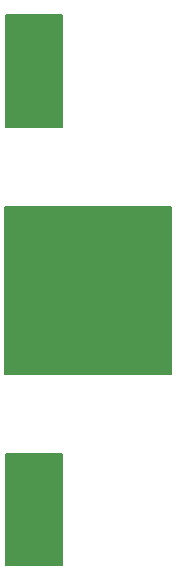
<source format=gbr>
%TF.GenerationSoftware,KiCad,Pcbnew,8.0.1*%
%TF.CreationDate,2024-03-29T22:35:25+02:00*%
%TF.ProjectId,COOLER BASE,434f4f4c-4552-4204-9241-53452e6b6963,rev?*%
%TF.SameCoordinates,Original*%
%TF.FileFunction,Copper,L1,Top*%
%TF.FilePolarity,Positive*%
%FSLAX46Y46*%
G04 Gerber Fmt 4.6, Leading zero omitted, Abs format (unit mm)*
G04 Created by KiCad (PCBNEW 8.0.1) date 2024-03-29 22:35:25*
%MOMM*%
%LPD*%
G01*
G04 APERTURE LIST*
%TA.AperFunction,NonConductor*%
%ADD10C,0.200000*%
%TD*%
G04 APERTURE END LIST*
D10*
X113120000Y-80469704D02*
X127130991Y-80469704D01*
X127130991Y-94671287D01*
X113120000Y-94671287D01*
X113120000Y-80469704D01*
%TA.AperFunction,NonConductor*%
G36*
X113120000Y-80469704D02*
G01*
X127130991Y-80469704D01*
X127130991Y-94671287D01*
X113120000Y-94671287D01*
X113120000Y-80469704D01*
G37*
%TD.AperFunction*%
X113165527Y-64252615D02*
X117880000Y-64252615D01*
X117880000Y-73687384D01*
X113165527Y-73687384D01*
X113165527Y-64252615D01*
%TA.AperFunction,NonConductor*%
G36*
X113165527Y-64252615D02*
G01*
X117880000Y-64252615D01*
X117880000Y-73687384D01*
X113165527Y-73687384D01*
X113165527Y-64252615D01*
G37*
%TD.AperFunction*%
X113179704Y-101414704D02*
X117950000Y-101414704D01*
X117950000Y-110805296D01*
X113179704Y-110805296D01*
X113179704Y-101414704D01*
%TA.AperFunction,NonConductor*%
G36*
X113179704Y-101414704D02*
G01*
X117950000Y-101414704D01*
X117950000Y-110805296D01*
X113179704Y-110805296D01*
X113179704Y-101414704D01*
G37*
%TD.AperFunction*%
M02*

</source>
